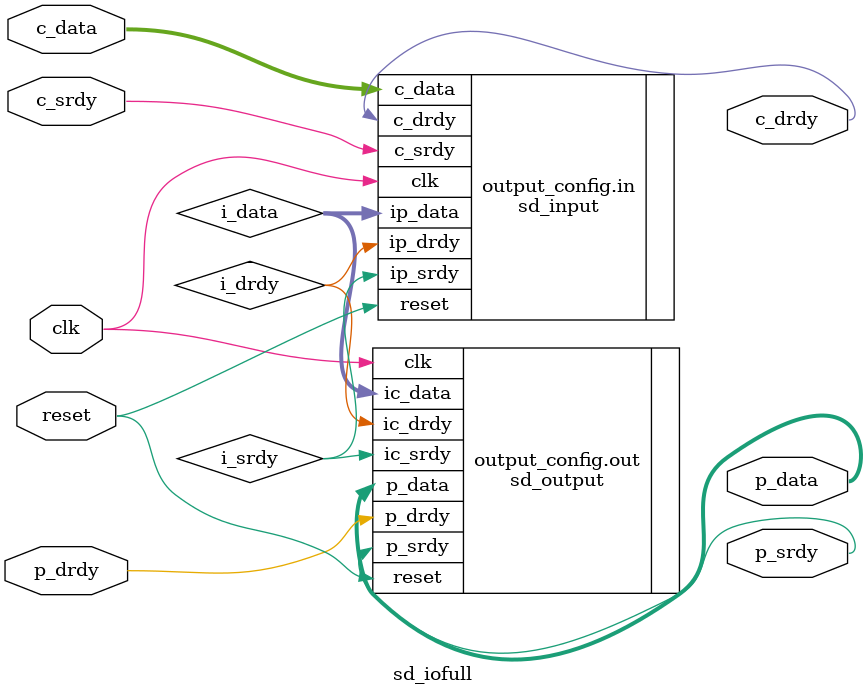
<source format=v>

`ifndef _SD_IOFULL_
`define _SD_IOFULL_

module sd_iofull
  #(parameter width = 8,
    parameter isinput = 0)
  (
   input              clk,
   input              reset,
   input              c_srdy,
   output             c_drdy,
   input [width-1:0]  c_data,

   output             p_srdy,
   input              p_drdy,
   output [width-1:0] p_data
   );

  wire                i_irdy, i_drdy;
  wire [width-1:0]    i_data;
  wire                i_srdy;

  generate if (isinput == 1)
    begin : input_config
      sd_output #(width) in
        (
         .ic_drdy                           (c_drdy),
         .p_srdy                            (i_srdy),
         .p_data                            (i_data),
         .clk                               (clk),
         .reset                             (reset),
         .ic_srdy                           (c_srdy),
         .ic_data                           (c_data),
         .p_drdy                            (i_drdy));

      sd_input #(width) out
        (
         .c_drdy                            (i_drdy),
         .ip_srdy                           (p_srdy),
         .ip_data                           (p_data),
         .clk                               (clk),
         .reset                             (reset),
         .c_srdy                            (i_srdy),
         .c_data                            (i_data),
         .ip_drdy                           (p_drdy));
    end
  else
    begin : output_config
      sd_input #(width) in
        (
         .c_drdy                            (c_drdy),
         .ip_srdy                           (i_srdy),
         .ip_data                           (i_data),
         .clk                               (clk),
         .reset                             (reset),
         .c_srdy                            (c_srdy),
         .c_data                            (c_data),
         .ip_drdy                           (i_drdy));
      
      sd_output #(width) out
        (
         .ic_drdy                           (i_drdy),
         .p_srdy                            (p_srdy),
         .p_data                            (p_data),
         .clk                               (clk),
         .reset                             (reset),
         .ic_srdy                           (i_srdy),
         .ic_data                           (i_data),
         .p_drdy                            (p_drdy));
    end // block: output_config
  endgenerate
    
endmodule
`endif

</source>
